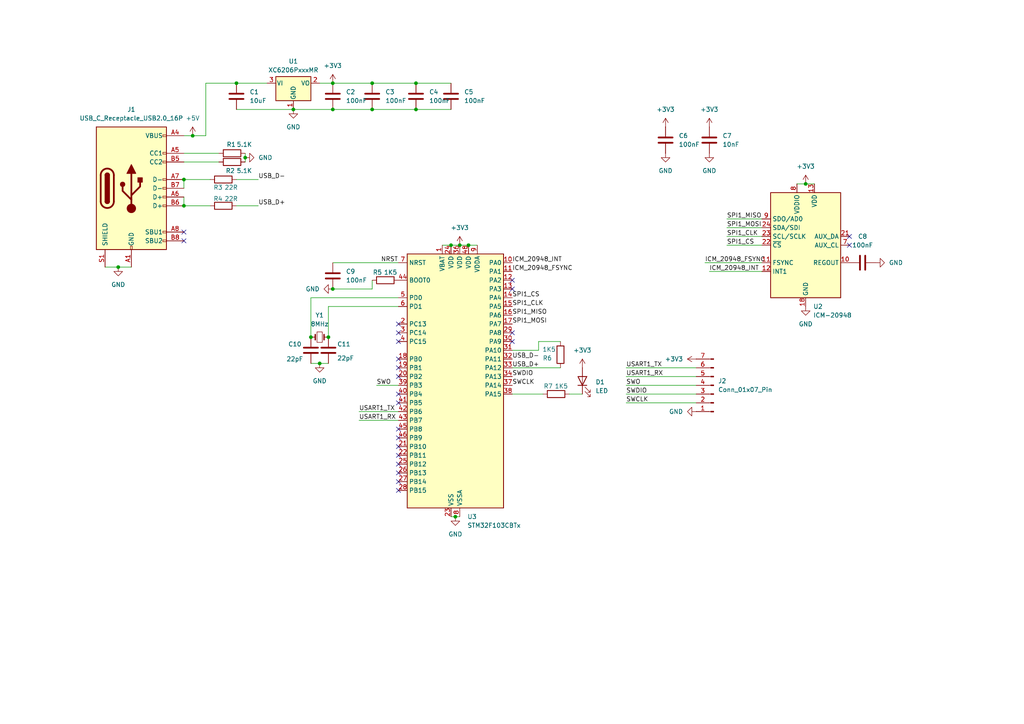
<source format=kicad_sch>
(kicad_sch (version 20231120) (generator "eeschema") (generator_version "8.0")
  (paper "A4")
  (lib_symbols
    (symbol "Connector:Conn_01x07_Pin" (pin_names (offset 1.016) hide)
      (property "Reference" "J" (at 0 10.16 0))
      (property "Value" "Conn_01x07_Pin" (at 0 -10.16 0))
      (symbol "Conn_01x07_Pin_1_1"
        (polyline (pts (xy 1.27 -7.62) (xy 0.8636 -7.62)) (stroke (width 0.1524)))
        (polyline (pts (xy 1.27 -5.08) (xy 0.8636 -5.08)) (stroke (width 0.1524)))
        (polyline (pts (xy 1.27 -2.54) (xy 0.8636 -2.54)) (stroke (width 0.1524)))
        (polyline (pts (xy 1.27 0) (xy 0.8636 0)) (stroke (width 0.1524)))
        (polyline (pts (xy 1.27 2.54) (xy 0.8636 2.54)) (stroke (width 0.1524)))
        (polyline (pts (xy 1.27 5.08) (xy 0.8636 5.08)) (stroke (width 0.1524)))
        (polyline (pts (xy 1.27 7.62) (xy 0.8636 7.62)) (stroke (width 0.1524)))
        (rectangle (start 0.8636 -7.493) (end 0 -7.747) (stroke (width 0.1524)) (fill (type outline)))
        (rectangle (start 0.8636 -4.953) (end 0 -5.207) (stroke (width 0.1524)) (fill (type outline)))
        (rectangle (start 0.8636 -2.413) (end 0 -2.667) (stroke (width 0.1524)) (fill (type outline)))
        (rectangle (start 0.8636 0.127) (end 0 -0.127) (stroke (width 0.1524)) (fill (type outline)))
        (rectangle (start 0.8636 2.667) (end 0 2.413) (stroke (width 0.1524)) (fill (type outline)))
        (rectangle (start 0.8636 5.207) (end 0 4.953) (stroke (width 0.1524)) (fill (type outline)))
        (rectangle (start 0.8636 7.747) (end 0 7.493) (stroke (width 0.1524)) (fill (type outline)))
        (pin passive line (at 5.08 7.62 180) (length 3.81) (name "Pin_1") (number "1"))
        (pin passive line (at 5.08 5.08 180) (length 3.81) (name "Pin_2") (number "2"))
        (pin passive line (at 5.08 2.54 180) (length 3.81) (name "Pin_3") (number "3"))
        (pin passive line (at 5.08 0 180) (length 3.81) (name "Pin_4") (number "4"))
        (pin passive line (at 5.08 -2.54 180) (length 3.81) (name "Pin_5") (number "5"))
        (pin passive line (at 5.08 -5.08 180) (length 3.81) (name "Pin_6") (number "6"))
        (pin passive line (at 5.08 -7.62 180) (length 3.81) (name "Pin_7") (number "7"))
      )
    )
    (symbol "Connector:USB_C_Receptacle_USB2.0_16P" (pin_names (offset 1.016))
      (property "Reference" "J" (at 0 22.225 0))
      (property "Value" "USB_C_Receptacle_USB2.0_16P" (at 0 19.685 0))
      (symbol "USB_C_Receptacle_USB2.0_16P_0_0"
        (rectangle (start -0.254 -17.78) (end 0.254 -16.764))
        (rectangle (start 10.16 -14.986) (end 9.144 -15.494))
        (rectangle (start 10.16 -12.446) (end 9.144 -12.954))
        (rectangle (start 10.16 -4.826) (end 9.144 -5.334))
        (rectangle (start 10.16 -2.286) (end 9.144 -2.794))
        (rectangle (start 10.16 0.254) (end 9.144 -0.254))
        (rectangle (start 10.16 2.794) (end 9.144 2.286))
        (rectangle (start 10.16 7.874) (end 9.144 7.366))
        (rectangle (start 10.16 10.414) (end 9.144 9.906))
        (rectangle (start 10.16 15.494) (end 9.144 14.986))
      )
      (symbol "USB_C_Receptacle_USB2.0_16P_0_1"
        (rectangle (start -10.16 17.78) (end 10.16 -17.78) (stroke (width 0.254)) (fill (type background)))
        (arc (start -8.89 -3.81) (mid -6.985 -5.7067) (end -5.08 -3.81) (stroke (width 0.508)))
        (arc (start -7.62 -3.81) (mid -6.985 -4.4423) (end -6.35 -3.81) (stroke (width 0.254)))
        (arc (start -7.62 -3.81) (mid -6.985 -4.4423) (end -6.35 -3.81) (stroke (width 0.254)) (fill (type outline)))
        (rectangle (start -7.62 -3.81) (end -6.35 3.81) (stroke (width 0.254)) (fill (type outline)))
        (arc (start -6.35 3.81) (mid -6.985 4.4423) (end -7.62 3.81) (stroke (width 0.254)))
        (arc (start -6.35 3.81) (mid -6.985 4.4423) (end -7.62 3.81) (stroke (width 0.254)) (fill (type outline)))
        (arc (start -5.08 3.81) (mid -6.985 5.7067) (end -8.89 3.81) (stroke (width 0.508)))
        (circle (center -2.54 1.143) (radius 0.635) (stroke (width 0.254)) (fill (type outline)))
        (circle (center 0 -5.842) (radius 1.27) (fill (type outline)))
        (polyline (pts (xy -8.89 -3.81) (xy -8.89 3.81)) (stroke (width 0.508)))
        (polyline (pts (xy -5.08 3.81) (xy -5.08 -3.81)) (stroke (width 0.508)))
        (polyline (pts (xy 0 -5.842) (xy 0 4.318)) (stroke (width 0.508)))
        (polyline (pts (xy 0 -3.302) (xy -2.54 -0.762) (xy -2.54 0.508)) (stroke (width 0.508)))
        (polyline (pts (xy 0 -2.032) (xy 2.54 0.508) (xy 2.54 1.778)) (stroke (width 0.508)))
        (polyline (pts (xy -1.27 4.318) (xy 0 6.858) (xy 1.27 4.318) (xy -1.27 4.318)) (stroke (width 0.254)) (fill (type outline)))
        (rectangle (start 1.905 1.778) (end 3.175 3.048) (stroke (width 0.254)) (fill (type outline)))
      )
      (symbol "USB_C_Receptacle_USB2.0_16P_1_1"
        (pin passive line (at 0 -22.86 90) (length 5.08) (name "GND") (number "A1"))
        (pin passive line (at 0 -22.86 90) (length 5.08) hide (name "GND") (number "A12"))
        (pin passive line (at 15.24 15.24 180) (length 5.08) (name "VBUS") (number "A4"))
        (pin bidirectional line (at 15.24 10.16 180) (length 5.08) (name "CC1") (number "A5"))
        (pin bidirectional line (at 15.24 -2.54 180) (length 5.08) (name "D+") (number "A6"))
        (pin bidirectional line (at 15.24 2.54 180) (length 5.08) (name "D-") (number "A7"))
        (pin bidirectional line (at 15.24 -12.7 180) (length 5.08) (name "SBU1") (number "A8"))
        (pin passive line (at 15.24 15.24 180) (length 5.08) hide (name "VBUS") (number "A9"))
        (pin passive line (at 0 -22.86 90) (length 5.08) hide (name "GND") (number "B1"))
        (pin passive line (at 0 -22.86 90) (length 5.08) hide (name "GND") (number "B12"))
        (pin passive line (at 15.24 15.24 180) (length 5.08) hide (name "VBUS") (number "B4"))
        (pin bidirectional line (at 15.24 7.62 180) (length 5.08) (name "CC2") (number "B5"))
        (pin bidirectional line (at 15.24 -5.08 180) (length 5.08) (name "D+") (number "B6"))
        (pin bidirectional line (at 15.24 0 180) (length 5.08) (name "D-") (number "B7"))
        (pin bidirectional line (at 15.24 -15.24 180) (length 5.08) (name "SBU2") (number "B8"))
        (pin passive line (at 15.24 15.24 180) (length 5.08) hide (name "VBUS") (number "B9"))
        (pin passive line (at -7.62 -22.86 90) (length 5.08) (name "SHIELD") (number "S1"))
      )
    )
    (symbol "Device:C" (pin_numbers hide) (pin_names (offset 0.254))
      (property "Reference" "C" (at 0.635 2.54 0))
      (property "Value" "C" (at 0.635 -2.54 0))
      (symbol "C_0_1"
        (polyline (pts (xy -2.032 -0.762) (xy 2.032 -0.762)) (stroke (width 0.508)))
        (polyline (pts (xy -2.032 0.762) (xy 2.032 0.762)) (stroke (width 0.508)))
      )
      (symbol "C_1_1"
        (pin passive line (at 0 3.81 270) (length 2.794) (name "~") (number "1"))
        (pin passive line (at 0 -3.81 90) (length 2.794) (name "~") (number "2"))
      )
    )
    (symbol "Device:Crystal_Small" (pin_numbers hide) (pin_names (offset 1.016) hide)
      (property "Reference" "Y" (at 0 2.54 0))
      (property "Value" "Crystal_Small" (at 0 -2.54 0))
      (symbol "Crystal_Small_0_1"
        (rectangle (start -0.762 -1.524) (end 0.762 1.524))
        (polyline (pts (xy -1.27 -0.762) (xy -1.27 0.762)) (stroke (width 0.381)))
        (polyline (pts (xy 1.27 -0.762) (xy 1.27 0.762)) (stroke (width 0.381)))
      )
      (symbol "Crystal_Small_1_1"
        (pin passive line (at -2.54 0 0) (length 1.27) (name "1") (number "1"))
        (pin passive line (at 2.54 0 180) (length 1.27) (name "2") (number "2"))
      )
    )
    (symbol "Device:LED" (pin_numbers hide) (pin_names (offset 1.016) hide)
      (property "Reference" "D" (at 0 2.54 0))
      (property "Value" "LED" (at 0 -2.54 0))
      (symbol "LED_0_1"
        (polyline (pts (xy -1.27 -1.27) (xy -1.27 1.27)) (stroke (width 0.254)))
        (polyline (pts (xy -1.27 0) (xy 1.27 0)))
        (polyline (pts (xy 1.27 -1.27) (xy 1.27 1.27) (xy -1.27 0) (xy 1.27 -1.27)) (stroke (width 0.254)))
        (polyline (pts (xy -3.048 -0.762) (xy -4.572 -2.286) (xy -3.81 -2.286) (xy -4.572 -2.286) (xy -4.572 -1.524)))
        (polyline (pts (xy -1.778 -0.762) (xy -3.302 -2.286) (xy -2.54 -2.286) (xy -3.302 -2.286) (xy -3.302 -1.524)))
      )
      (symbol "LED_1_1"
        (pin passive line (at -3.81 0 0) (length 2.54) (name "K") (number "1"))
        (pin passive line (at 3.81 0 180) (length 2.54) (name "A") (number "2"))
      )
    )
    (symbol "Device:R" (pin_numbers hide) (pin_names (offset 0))
      (property "Reference" "R" (at 2.032 0 90))
      (property "Value" "R" (at 0 0 90))
      (symbol "R_0_1"
        (rectangle (start -1.016 -2.54) (end 1.016 2.54) (stroke (width 0.254)))
      )
      (symbol "R_1_1"
        (pin passive line (at 0 3.81 270) (length 1.27) (name "~") (number "1"))
        (pin passive line (at 0 -3.81 90) (length 1.27) (name "~") (number "2"))
      )
    )
    (symbol "MCU_ST_STM32F1:STM32F103CBTx"
      (property "Reference" "U" (at -12.7 39.37 0))
      (property "Value" "STM32F103CBTx" (at 10.16 39.37 0))
      (symbol "STM32F103CBTx_0_1"
        (rectangle (start -12.7 -35.56) (end 15.24 38.1) (stroke (width 0.254)) (fill (type background)))
      )
      (symbol "STM32F103CBTx_1_1"
        (pin power_in line (at -2.54 40.64 270) (length 2.54) (name "VBAT") (number "1"))
        (pin bidirectional line (at 17.78 35.56 180) (length 2.54) (name "PA0") (number "10"))
        (pin bidirectional line (at 17.78 33.02 180) (length 2.54) (name "PA1") (number "11"))
        (pin bidirectional line (at 17.78 30.48 180) (length 2.54) (name "PA2") (number "12"))
        (pin bidirectional line (at 17.78 27.94 180) (length 2.54) (name "PA3") (number "13"))
        (pin bidirectional line (at 17.78 25.4 180) (length 2.54) (name "PA4") (number "14"))
        (pin bidirectional line (at 17.78 22.86 180) (length 2.54) (name "PA5") (number "15"))
        (pin bidirectional line (at 17.78 20.32 180) (length 2.54) (name "PA6") (number "16"))
        (pin bidirectional line (at 17.78 17.78 180) (length 2.54) (name "PA7") (number "17"))
        (pin bidirectional line (at -15.24 7.62 0) (length 2.54) (name "PB0") (number "18"))
        (pin bidirectional line (at -15.24 5.08 0) (length 2.54) (name "PB1") (number "19"))
        (pin bidirectional line (at -15.24 17.78 0) (length 2.54) (name "PC13") (number "2"))
        (pin bidirectional line (at -15.24 2.54 0) (length 2.54) (name "PB2") (number "20"))
        (pin bidirectional line (at -15.24 -17.78 0) (length 2.54) (name "PB10") (number "21"))
        (pin bidirectional line (at -15.24 -20.32 0) (length 2.54) (name "PB11") (number "22"))
        (pin power_in line (at 0 -38.1 90) (length 2.54) (name "VSS") (number "23"))
        (pin power_in line (at 0 40.64 270) (length 2.54) (name "VDD") (number "24"))
        (pin bidirectional line (at -15.24 -22.86 0) (length 2.54) (name "PB12") (number "25"))
        (pin bidirectional line (at -15.24 -25.4 0) (length 2.54) (name "PB13") (number "26"))
        (pin bidirectional line (at -15.24 -27.94 0) (length 2.54) (name "PB14") (number "27"))
        (pin bidirectional line (at -15.24 -30.48 0) (length 2.54) (name "PB15") (number "28"))
        (pin bidirectional line (at 17.78 15.24 180) (length 2.54) (name "PA8") (number "29"))
        (pin bidirectional line (at -15.24 15.24 0) (length 2.54) (name "PC14") (number "3"))
        (pin bidirectional line (at 17.78 12.7 180) (length 2.54) (name "PA9") (number "30"))
        (pin bidirectional line (at 17.78 10.16 180) (length 2.54) (name "PA10") (number "31"))
        (pin bidirectional line (at 17.78 7.62 180) (length 2.54) (name "PA11") (number "32"))
        (pin bidirectional line (at 17.78 5.08 180) (length 2.54) (name "PA12") (number "33"))
        (pin bidirectional line (at 17.78 2.54 180) (length 2.54) (name "PA13") (number "34"))
        (pin passive line (at 0 -38.1 90) (length 2.54) hide (name "VSS") (number "35"))
        (pin power_in line (at 2.54 40.64 270) (length 2.54) (name "VDD") (number "36"))
        (pin bidirectional line (at 17.78 0 180) (length 2.54) (name "PA14") (number "37"))
        (pin bidirectional line (at 17.78 -2.54 180) (length 2.54) (name "PA15") (number "38"))
        (pin bidirectional line (at -15.24 0 0) (length 2.54) (name "PB3") (number "39"))
        (pin bidirectional line (at -15.24 12.7 0) (length 2.54) (name "PC15") (number "4"))
        (pin bidirectional line (at -15.24 -2.54 0) (length 2.54) (name "PB4") (number "40"))
        (pin bidirectional line (at -15.24 -5.08 0) (length 2.54) (name "PB5") (number "41"))
        (pin bidirectional line (at -15.24 -7.62 0) (length 2.54) (name "PB6") (number "42"))
        (pin bidirectional line (at -15.24 -10.16 0) (length 2.54) (name "PB7") (number "43"))
        (pin input line (at -15.24 30.48 0) (length 2.54) (name "BOOT0") (number "44"))
        (pin bidirectional line (at -15.24 -12.7 0) (length 2.54) (name "PB8") (number "45"))
        (pin bidirectional line (at -15.24 -15.24 0) (length 2.54) (name "PB9") (number "46"))
        (pin passive line (at 0 -38.1 90) (length 2.54) hide (name "VSS") (number "47"))
        (pin power_in line (at 5.08 40.64 270) (length 2.54) (name "VDD") (number "48"))
        (pin bidirectional line (at -15.24 25.4 0) (length 2.54) (name "PD0") (number "5"))
        (pin bidirectional line (at -15.24 22.86 0) (length 2.54) (name "PD1") (number "6"))
        (pin input line (at -15.24 35.56 0) (length 2.54) (name "NRST") (number "7"))
        (pin power_in line (at 2.54 -38.1 90) (length 2.54) (name "VSSA") (number "8"))
        (pin power_in line (at 7.62 40.64 270) (length 2.54) (name "VDDA") (number "9"))
      )
    )
    (symbol "Regulator_Linear:XC6206PxxxMR" (pin_names (offset 0.254))
      (property "Reference" "U" (at -3.81 3.175 0))
      (property "Value" "XC6206PxxxMR" (at 0 3.175 0))
      (symbol "XC6206PxxxMR_0_1"
        (rectangle (start -5.08 1.905) (end 5.08 -5.08) (stroke (width 0.254)) (fill (type background)))
      )
      (symbol "XC6206PxxxMR_1_1"
        (pin power_in line (at 0 -7.62 90) (length 2.54) (name "GND") (number "1"))
        (pin power_out line (at 7.62 0 180) (length 2.54) (name "VO") (number "2"))
        (pin power_in line (at -7.62 0 0) (length 2.54) (name "VI") (number "3"))
      )
    )
    (symbol "Sensor_Motion:ICM-20948"
      (property "Reference" "U" (at -11.43 16.51 0))
      (property "Value" "ICM-20948" (at 7.62 -16.51 0))
      (symbol "ICM-20948_0_1"
        (rectangle (start -10.16 15.24) (end 10.16 -15.24) (stroke (width 0.254)) (fill (type background)))
      )
      (symbol "ICM-20948_1_1"
        (pin no_connect line (at -10.16 12.7 0) (length 2.54) hide (name "NC") (number "1"))
        (pin passive line (at 12.7 -5.08 180) (length 2.54) (name "REGOUT") (number "10"))
        (pin input line (at -12.7 -5.08 0) (length 2.54) (name "FSYNC") (number "11"))
        (pin output line (at -12.7 -7.62 0) (length 2.54) (name "INT1") (number "12"))
        (pin power_in line (at 2.54 17.78 270) (length 2.54) (name "VDD") (number "13"))
        (pin no_connect line (at 10.16 7.62 180) (length 2.54) hide (name "NC") (number "14"))
        (pin no_connect line (at 10.16 5.08 180) (length 2.54) hide (name "NC") (number "15"))
        (pin no_connect line (at 10.16 -7.62 180) (length 2.54) hide (name "NC") (number "16"))
        (pin no_connect line (at 10.16 -10.16 180) (length 2.54) hide (name "NC") (number "17"))
        (pin power_in line (at 0 -17.78 90) (length 2.54) (name "GND") (number "18"))
        (pin no_connect line (at 10.16 -12.7 180) (length 2.54) hide (name "RESV") (number "19"))
        (pin no_connect line (at -10.16 10.16 0) (length 2.54) hide (name "NC") (number "2"))
        (pin passive line (at 0 -17.78 90) (length 2.54) hide (name "GND") (number "20"))
        (pin bidirectional line (at 12.7 2.54 180) (length 2.54) (name "AUX_DA") (number "21"))
        (pin input line (at -12.7 0 0) (length 2.54) (name "~{CS}") (number "22"))
        (pin input line (at -12.7 2.54 0) (length 2.54) (name "SCL/SCLK") (number "23"))
        (pin bidirectional line (at -12.7 5.08 0) (length 2.54) (name "SDA/SDI") (number "24"))
        (pin no_connect line (at -10.16 -2.54 0) (length 2.54) hide (name "NC") (number "3"))
        (pin no_connect line (at -10.16 -10.16 0) (length 2.54) hide (name "NC") (number "4"))
        (pin no_connect line (at -10.16 -12.7 0) (length 2.54) hide (name "NC") (number "5"))
        (pin no_connect line (at 10.16 10.16 180) (length 2.54) hide (name "NC") (number "6"))
        (pin output line (at 12.7 0 180) (length 2.54) (name "AUX_CL") (number "7"))
        (pin power_in line (at -2.54 17.78 270) (length 2.54) (name "VDDIO") (number "8"))
        (pin bidirectional line (at -12.7 7.62 0) (length 2.54) (name "SDO/AD0") (number "9"))
      )
    )
    (symbol "power:+3V3" (power) (pin_numbers hide) (pin_names (offset 0) hide)
      (property "Value" "+3V3" (at 0 3.556 0))
      (symbol "+3V3_0_1"
        (polyline (pts (xy -0.762 1.27) (xy 0 2.54)))
        (polyline (pts (xy 0 0) (xy 0 2.54)))
        (polyline (pts (xy 0 2.54) (xy 0.762 1.27)))
      )
      (symbol "+3V3_1_1"
        (pin power_in line (at 0 0 90) (length 0) (name "~") (number "1"))
      )
    )
    (symbol "power:+5V" (power) (pin_numbers hide) (pin_names (offset 0) hide)
      (property "Value" "+5V" (at 0 3.556 0))
      (symbol "+5V_0_1"
        (polyline (pts (xy -0.762 1.27) (xy 0 2.54)))
        (polyline (pts (xy 0 0) (xy 0 2.54)))
        (polyline (pts (xy 0 2.54) (xy 0.762 1.27)))
      )
      (symbol "+5V_1_1"
        (pin power_in line (at 0 0 90) (length 0) (name "~") (number "1"))
      )
    )
    (symbol "power:GND" (power) (pin_numbers hide) (pin_names (offset 0) hide)
      (property "Value" "GND" (at 0 -3.81 0))
      (symbol "GND_0_1"
        (polyline (pts (xy 0 0) (xy 0 -1.27) (xy 1.27 -1.27) (xy 0 -2.54) (xy -1.27 -1.27) (xy 0 -1.27)))
      )
      (symbol "GND_1_1"
        (pin power_in line (at 0 0 270) (length 0) (name "~") (number "1"))
      )
    )
  )
  (junction (at 233.68 53.34))
  (junction (at 107.95 24.13))
  (junction (at 130.81 71.12))
  (junction (at 107.95 31.75))
  (junction (at 68.58 24.13))
  (junction (at 92.71 105.41))
  (junction (at 120.65 24.13))
  (junction (at 135.89 71.12))
  (junction (at 71.12 45.72))
  (junction (at 133.35 71.12))
  (junction (at 53.34 52.07))
  (junction (at 96.52 31.75))
  (junction (at 53.34 59.69))
  (junction (at 95.25 97.79))
  (junction (at 96.52 24.13))
  (junction (at 90.17 97.79))
  (junction (at 85.09 31.75))
  (junction (at 96.52 83.82))
  (junction (at 132.08 149.86))
  (junction (at 34.29 77.47))
  (junction (at 120.65 31.75))
  (junction (at 55.88 39.37))
  (no_connect (at 53.34 69.85))
  (no_connect (at 53.34 67.31))
  (no_connect (at 115.57 109.22))
  (no_connect (at 246.38 68.58))
  (no_connect (at 246.38 71.12))
  (no_connect (at 115.57 104.14))
  (no_connect (at 148.59 96.52))
  (no_connect (at 115.57 142.24))
  (no_connect (at 148.59 99.06))
  (no_connect (at 115.57 134.62))
  (no_connect (at 115.57 116.84))
  (no_connect (at 115.57 106.68))
  (no_connect (at 115.57 137.16))
  (no_connect (at 115.57 132.08))
  (no_connect (at 115.57 114.3))
  (no_connect (at 148.59 81.28))
  (no_connect (at 115.57 99.06))
  (no_connect (at 115.57 139.7))
  (no_connect (at 115.57 129.54))
  (no_connect (at 115.57 96.52))
  (no_connect (at 115.57 93.98))
  (no_connect (at 148.59 83.82))
  (no_connect (at 115.57 124.46))
  (no_connect (at 115.57 127))
  (wire (pts (xy 60.96 59.69) (xy 53.34 59.69)))
  (wire (pts (xy 60.96 52.07) (xy 53.34 52.07)))
  (wire (pts (xy 96.52 31.75) (xy 107.95 31.75)))
  (wire (pts (xy 128.27 71.12) (xy 130.81 71.12)))
  (wire (pts (xy 34.29 77.47) (xy 38.1 77.47)))
  (wire (pts (xy 95.25 88.9) (xy 115.57 88.9)))
  (wire (pts (xy 68.58 31.75) (xy 85.09 31.75)))
  (wire (pts (xy 165.1 114.3) (xy 168.91 114.3)))
  (wire (pts (xy 104.14 121.92) (xy 115.57 121.92)))
  (wire (pts (xy 135.89 71.12) (xy 138.43 71.12)))
  (wire (pts (xy 53.34 39.37) (xy 55.88 39.37)))
  (wire (pts (xy 130.81 149.86) (xy 132.08 149.86)))
  (wire (pts (xy 71.12 45.72) (xy 71.12 46.99)))
  (wire (pts (xy 210.82 63.5) (xy 220.98 63.5)))
  (wire (pts (xy 53.34 46.99) (xy 63.5 46.99)))
  (wire (pts (xy 120.65 31.75) (xy 130.81 31.75)))
  (wire (pts (xy 205.74 78.74) (xy 220.98 78.74)))
  (wire (pts (xy 92.71 105.41) (xy 95.25 105.41)))
  (wire (pts (xy 204.47 76.2) (xy 220.98 76.2)))
  (wire (pts (xy 130.81 71.12) (xy 133.35 71.12)))
  (wire (pts (xy 233.68 53.34) (xy 236.22 53.34)))
  (wire (pts (xy 90.17 105.41) (xy 92.71 105.41)))
  (wire (pts (xy 53.34 52.07) (xy 53.34 54.61)))
  (wire (pts (xy 71.12 44.45) (xy 71.12 45.72)))
  (wire (pts (xy 210.82 66.04) (xy 220.98 66.04)))
  (wire (pts (xy 181.61 111.76) (xy 201.93 111.76)))
  (wire (pts (xy 68.58 52.07) (xy 74.93 52.07)))
  (wire (pts (xy 148.59 106.68) (xy 162.56 106.68)))
  (wire (pts (xy 95.25 97.79) (xy 95.25 88.9)))
  (wire (pts (xy 107.95 24.13) (xy 120.65 24.13)))
  (wire (pts (xy 231.14 53.34) (xy 233.68 53.34)))
  (wire (pts (xy 181.61 109.22) (xy 201.93 109.22)))
  (wire (pts (xy 59.69 24.13) (xy 68.58 24.13)))
  (wire (pts (xy 210.82 68.58) (xy 220.98 68.58)))
  (wire (pts (xy 181.61 106.68) (xy 201.93 106.68)))
  (wire (pts (xy 156.21 99.06) (xy 162.56 99.06)))
  (wire (pts (xy 181.61 116.84) (xy 201.93 116.84)))
  (wire (pts (xy 96.52 24.13) (xy 107.95 24.13)))
  (wire (pts (xy 68.58 59.69) (xy 74.93 59.69)))
  (wire (pts (xy 107.95 31.75) (xy 120.65 31.75)))
  (wire (pts (xy 156.21 101.6) (xy 156.21 99.06)))
  (wire (pts (xy 181.61 114.3) (xy 201.93 114.3)))
  (wire (pts (xy 210.82 71.12) (xy 220.98 71.12)))
  (wire (pts (xy 68.58 24.13) (xy 77.47 24.13)))
  (wire (pts (xy 59.69 39.37) (xy 59.69 24.13)))
  (wire (pts (xy 148.59 101.6) (xy 156.21 101.6)))
  (wire (pts (xy 96.52 83.82) (xy 107.95 83.82)))
  (wire (pts (xy 90.17 86.36) (xy 115.57 86.36)))
  (wire (pts (xy 85.09 31.75) (xy 96.52 31.75)))
  (wire (pts (xy 90.17 97.79) (xy 90.17 86.36)))
  (wire (pts (xy 132.08 149.86) (xy 133.35 149.86)))
  (wire (pts (xy 53.34 44.45) (xy 63.5 44.45)))
  (wire (pts (xy 96.52 76.2) (xy 115.57 76.2)))
  (wire (pts (xy 53.34 57.15) (xy 53.34 59.69)))
  (wire (pts (xy 133.35 71.12) (xy 135.89 71.12)))
  (wire (pts (xy 109.22 111.76) (xy 115.57 111.76)))
  (wire (pts (xy 148.59 114.3) (xy 157.48 114.3)))
  (wire (pts (xy 120.65 24.13) (xy 130.81 24.13)))
  (wire (pts (xy 55.88 39.37) (xy 59.69 39.37)))
  (wire (pts (xy 92.71 24.13) (xy 96.52 24.13)))
  (wire (pts (xy 30.48 77.47) (xy 34.29 77.47)))
  (wire (pts (xy 107.95 83.82) (xy 107.95 81.28)))
  (wire (pts (xy 104.14 119.38) (xy 115.57 119.38)))
  (label "SWCLK" (at 181.61 116.84 0))
  (label "ICM_20948_FSYNC" (at 204.47 76.2 0))
  (label "SWDIO" (at 181.61 114.3 0))
  (label "USB_D-" (at 74.93 52.07 0))
  (label "USART1_TX" (at 181.61 106.68 0))
  (label "NRST" (at 110.49 76.2 0))
  (label "USART1_RX" (at 104.14 121.92 0))
  (label "USART1_RX" (at 181.61 109.22 0))
  (label "ICM_20948_INT" (at 205.74 78.74 0))
  (label "ICM_20948_INT" (at 148.59 76.2 0))
  (label "SPI1_CLK" (at 148.59 88.9 0))
  (label "USB_D+" (at 148.59 106.68 0))
  (label "SPI1_MOSI" (at 148.59 93.98 0))
  (label "SPI1_CS" (at 210.82 71.12 0))
  (label "SWO" (at 109.22 111.76 0))
  (label "SPI1_CS" (at 148.59 86.36 0))
  (label "SWCLK" (at 148.59 111.76 0))
  (label "SWDIO" (at 148.59 109.22 0))
  (label "SPI1_MISO" (at 210.82 63.5 0))
  (label "SPI1_MISO" (at 148.59 91.44 0))
  (label "USB_D-" (at 148.59 104.14 0))
  (label "SPI1_MOSI" (at 210.82 66.04 0))
  (label "SWO" (at 181.61 111.76 0))
  (label "SPI1_CLK" (at 210.82 68.58 0))
  (label "ICM_20948_FSYNC" (at 148.59 78.74 0))
  (label "USB_D+" (at 74.93 59.69 0))
  (label "USART1_TX" (at 104.14 119.38 0))
  (symbol (lib_id "Device:C") (at 96.52 80.01 0) (unit 1)
    (property "Reference" "C9" (at 100.33 78.7399 0) (effects (justify left)))
    (property "Value" "100nF" (at 100.33 81.2799 0) (effects (justify left)))
    (property "Footprint" "Capacitor_SMD:C_0402_1005Metric" (effects (hide yes)))
    (property "Description" "Unpolarized capacitor" (effects (hide yes)))
  )
  (symbol (lib_id "power:GND") (at 205.74 44.45 0) (unit 1)
    (property "Reference" "#PWR08" (effects (hide yes)))
    (property "Value" "GND" (at 205.74 49.53 0))
    (property "Description" "Power symbol creates a global label with name \"GND\" , ground" (effects (hide yes)))
  )
  (symbol (lib_id "Regulator_Linear:XC6206PxxxMR") (at 85.09 24.13 0) (unit 1)
    (property "Reference" "U1" (at 85.09 17.78 0))
    (property "Value" "XC6206PxxxMR" (at 85.09 20.32 0))
    (property "Footprint" "Package_TO_SOT_SMD:SOT-23-3" (effects (hide yes)))
    (property "Datasheet" "https://www.torexsemi.com/file/xc6206/XC6206.pdf" (effects (hide yes)))
    (property "Description" "Positive 60-250mA Low Dropout Regulator, Fixed Output, SOT-23" (effects (hide yes)))
  )
  (symbol (lib_id "Sensor_Motion:ICM-20948") (at 233.68 71.12 0) (unit 1)
    (property "Reference" "U2" (at 235.8741 88.9 0) (effects (justify left)))
    (property "Value" "ICM-20948" (at 235.8741 91.44 0) (effects (justify left)))
    (property "Footprint" "Sensor_Motion:InvenSense_QFN-24_3x3mm_P0.4mm" (effects (hide yes)))
    (property "Datasheet" "http://www.invensense.com/wp-content/uploads/2016/06/DS-000189-ICM-20948-v1.3.pdf" (effects (hide yes)))
    (property "Description" "InvenSense 9-Axis Motion Sensor, Accelerometer, Gyroscope, Compass, I2C/SPI, QFN-24" (effects (hide yes)))
  )
  (symbol (lib_id "power:GND") (at 92.71 105.41 0) (unit 1)
    (property "Reference" "#PWR017" (effects (hide yes)))
    (property "Value" "GND" (at 92.71 110.49 0))
    (property "Description" "Power symbol creates a global label with name \"GND\" , ground" (effects (hide yes)))
  )
  (symbol (lib_id "power:+5V") (at 55.88 39.37 0) (unit 1)
    (property "Reference" "#PWR05" (effects (hide yes)))
    (property "Value" "+5V" (at 55.88 34.29 0))
    (property "Description" "Power symbol creates a global label with name \"+5V\"" (effects (hide yes)))
  )
  (symbol (lib_id "Device:C") (at 193.04 40.64 180) (unit 1)
    (property "Reference" "C6" (at 196.85 39.3699 0) (effects (justify right)))
    (property "Value" "100nF" (at 196.85 41.9099 0) (effects (justify right)))
    (property "Footprint" "Capacitor_SMD:C_0402_1005Metric" (effects (hide yes)))
    (property "Description" "Unpolarized capacitor" (effects (hide yes)))
  )
  (symbol (lib_id "power:GND") (at 233.68 88.9 0) (unit 1)
    (property "Reference" "#PWR015" (effects (hide yes)))
    (property "Value" "GND" (at 233.68 93.98 0))
    (property "Description" "Power symbol creates a global label with name \"GND\" , ground" (effects (hide yes)))
  )
  (symbol (lib_id "power:+3V3") (at 168.91 106.68 0) (unit 1)
    (property "Reference" "#PWR018" (effects (hide yes)))
    (property "Value" "+3V3" (at 168.91 101.6 0))
    (property "Description" "Power symbol creates a global label with name \"+3V3\"" (effects (hide yes)))
  )
  (symbol (lib_id "power:+3V3") (at 96.52 24.13 0) (unit 1)
    (property "Reference" "#PWR01" (effects (hide yes)))
    (property "Value" "+3V3" (at 96.52 19.05 0))
    (property "Description" "Power symbol creates a global label with name \"+3V3\"" (effects (hide yes)))
  )
  (symbol (lib_id "Device:C") (at 205.74 40.64 180) (unit 1)
    (property "Reference" "C7" (at 209.55 39.3699 0) (effects (justify right)))
    (property "Value" "10nF" (at 209.55 41.9099 0) (effects (justify right)))
    (property "Footprint" "Capacitor_SMD:C_0402_1005Metric" (effects (hide yes)))
    (property "Description" "Unpolarized capacitor" (effects (hide yes)))
  )
  (symbol (lib_id "Device:C") (at 107.95 27.94 0) (unit 1)
    (property "Reference" "C3" (at 111.76 26.6699 0) (effects (justify left)))
    (property "Value" "100nF" (at 111.76 29.2099 0) (effects (justify left)))
    (property "Footprint" "Capacitor_SMD:C_0402_1005Metric" (effects (hide yes)))
    (property "Description" "Unpolarized capacitor" (effects (hide yes)))
  )
  (symbol (lib_id "Device:R") (at 64.77 52.07 90) (unit 1)
    (property "Reference" "R3" (at 63.246 54.356 90))
    (property "Value" "22R" (at 67.056 54.356 90))
    (property "Footprint" "Resistor_SMD:R_0402_1005Metric" (effects (hide yes)))
    (property "Description" "Resistor" (effects (hide yes)))
  )
  (symbol (lib_id "Connector:USB_C_Receptacle_USB2.0_16P") (at 38.1 54.61 0) (unit 1)
    (property "Reference" "J1" (at 38.1 31.75 0))
    (property "Value" "USB_C_Receptacle_USB2.0_16P" (at 38.1 34.29 0))
    (property "Footprint" "Connector_USB:USB_C_Receptacle_HRO_TYPE-C-31-M-12" (effects (hide yes)))
    (property "Datasheet" "https://www.usb.org/sites/default/files/documents/usb_type-c.zip" (effects (hide yes)))
    (property "Description" "USB 2.0-only 16P Type-C Receptacle connector" (effects (hide yes)))
  )
  (symbol (lib_id "MCU_ST_STM32F1:STM32F103CBTx") (at 130.81 111.76 0) (unit 1)
    (property "Reference" "U3" (at 135.5441 149.86 0) (effects (justify left)))
    (property "Value" "STM32F103CBTx" (at 135.5441 152.4 0) (effects (justify left)))
    (property "Footprint" "Package_QFP:LQFP-48_7x7mm_P0.5mm" (effects (hide yes)))
    (property "Datasheet" "https://www.st.com/resource/en/datasheet/stm32f103cb.pdf" (effects (hide yes)))
    (property "Description" "STMicroelectronics Arm Cortex-M3 MCU, 128KB flash, 20KB RAM, 72 MHz, 2.0-3.6V, 37 GPIO, LQFP48" (effects (hide yes)))
  )
  (symbol (lib_id "power:+3V3") (at 193.04 36.83 0) (unit 1)
    (property "Reference" "#PWR03" (effects (hide yes)))
    (property "Value" "+3V3" (at 193.04 31.75 0))
    (property "Description" "Power symbol creates a global label with name \"+3V3\"" (effects (hide yes)))
  )
  (symbol (lib_id "Device:R") (at 64.77 59.69 90) (unit 1)
    (property "Reference" "R4" (at 63.246 57.658 90))
    (property "Value" "22R" (at 67.056 57.658 90))
    (property "Footprint" "Resistor_SMD:R_0402_1005Metric" (effects (hide yes)))
    (property "Description" "Resistor" (effects (hide yes)))
  )
  (symbol (lib_id "Device:C") (at 96.52 27.94 0) (unit 1)
    (property "Reference" "C2" (at 100.33 26.6699 0) (effects (justify left)))
    (property "Value" "100nF" (at 100.33 29.2099 0) (effects (justify left)))
    (property "Footprint" "Capacitor_SMD:C_0402_1005Metric" (effects (hide yes)))
    (property "Description" "Unpolarized capacitor" (effects (hide yes)))
  )
  (symbol (lib_id "Device:R") (at 161.29 114.3 270) (unit 1)
    (property "Reference" "R7" (at 159.004 112.014 90))
    (property "Value" "1K5" (at 162.814 112.014 90))
    (property "Footprint" "Resistor_SMD:R_0402_1005Metric" (effects (hide yes)))
    (property "Description" "Resistor" (effects (hide yes)))
  )
  (symbol (lib_id "power:+3V3") (at 205.74 36.83 0) (unit 1)
    (property "Reference" "#PWR04" (effects (hide yes)))
    (property "Value" "+3V3" (at 205.74 31.75 0))
    (property "Description" "Power symbol creates a global label with name \"+3V3\"" (effects (hide yes)))
  )
  (symbol (lib_id "Device:LED") (at 168.91 110.49 90) (unit 1)
    (property "Reference" "D1" (at 172.72 110.8074 90) (effects (justify right)))
    (property "Value" "LED" (at 172.72 113.3474 90) (effects (justify right)))
    (property "Footprint" "LED_SMD:LED_0603_1608Metric" (effects (hide yes)))
    (property "Description" "Light emitting diode" (effects (hide yes)))
  )
  (symbol (lib_id "power:+3V3") (at 201.93 104.14 90) (unit 1)
    (property "Reference" "#PWR016" (effects (hide yes)))
    (property "Value" "+3V3" (at 198.12 104.1399 90) (effects (justify left)))
    (property "Description" "Power symbol creates a global label with name \"+3V3\"" (effects (hide yes)))
  )
  (symbol (lib_id "Device:C") (at 95.25 101.6 0) (unit 1)
    (property "Reference" "C11" (at 97.79 99.822 0) (effects (justify left)))
    (property "Value" "22pF" (at 97.79 103.886 0) (effects (justify left)))
    (property "Footprint" "Capacitor_SMD:C_0402_1005Metric" (effects (hide yes)))
    (property "Description" "Unpolarized capacitor" (effects (hide yes)))
  )
  (symbol (lib_id "power:GND") (at 96.52 83.82 270) (unit 1)
    (property "Reference" "#PWR014" (effects (hide yes)))
    (property "Value" "GND" (at 92.71 83.8199 90) (effects (justify right)))
    (property "Description" "Power symbol creates a global label with name \"GND\" , ground" (effects (hide yes)))
  )
  (symbol (lib_id "power:GND") (at 34.29 77.47 0) (unit 1)
    (property "Reference" "#PWR013" (effects (hide yes)))
    (property "Value" "GND" (at 34.29 82.55 0))
    (property "Description" "Power symbol creates a global label with name \"GND\" , ground" (effects (hide yes)))
  )
  (symbol (lib_id "Device:R") (at 111.76 81.28 270) (unit 1)
    (property "Reference" "R5" (at 109.474 78.994 90))
    (property "Value" "1K5" (at 113.284 78.994 90))
    (property "Footprint" "Resistor_SMD:R_0402_1005Metric" (effects (hide yes)))
    (property "Description" "Resistor" (effects (hide yes)))
  )
  (symbol (lib_id "Device:R") (at 162.56 102.87 180) (unit 1)
    (property "Reference" "R6" (at 158.75 103.886 0))
    (property "Value" "1K5" (at 159.258 101.346 0))
    (property "Footprint" "Resistor_SMD:R_0402_1005Metric" (effects (hide yes)))
    (property "Description" "Resistor" (effects (hide yes)))
  )
  (symbol (lib_id "power:GND") (at 193.04 44.45 0) (unit 1)
    (property "Reference" "#PWR07" (effects (hide yes)))
    (property "Value" "GND" (at 193.04 49.53 0))
    (property "Description" "Power symbol creates a global label with name \"GND\" , ground" (effects (hide yes)))
  )
  (symbol (lib_id "Device:C") (at 120.65 27.94 0) (unit 1)
    (property "Reference" "C4" (at 124.46 26.6699 0) (effects (justify left)))
    (property "Value" "100nF" (at 124.46 29.2099 0) (effects (justify left)))
    (property "Footprint" "Capacitor_SMD:C_0402_1005Metric" (effects (hide yes)))
    (property "Description" "Unpolarized capacitor" (effects (hide yes)))
  )
  (symbol (lib_id "Connector:Conn_01x07_Pin") (at 207.01 111.76 180) (unit 1)
    (property "Reference" "J2" (at 208.28 110.4899 0) (effects (justify right)))
    (property "Value" "Conn_01x07_Pin" (at 208.28 113.0299 0) (effects (justify right)))
    (property "Footprint" "Connector_Hirose:Hirose_DF13C_CL535-0407-6-51_1x07-1MP_P1.25mm_Vertical" (effects (hide yes)))
    (property "Description" "Generic connector, single row, 01x07, script generated" (effects (hide yes)))
  )
  (symbol (lib_id "Device:R") (at 67.31 46.99 90) (unit 1)
    (property "Reference" "R2" (at 66.802 49.53 90))
    (property "Value" "5.1K" (at 70.866 49.53 90))
    (property "Footprint" "Resistor_SMD:R_0402_1005Metric" (effects (hide yes)))
    (property "Description" "Resistor" (effects (hide yes)))
  )
  (symbol (lib_id "Device:C") (at 250.19 76.2 90) (unit 1)
    (property "Reference" "C8" (at 250.19 68.58 90))
    (property "Value" "100nF" (at 250.19 71.12 90))
    (property "Footprint" "Capacitor_SMD:C_0402_1005Metric" (effects (hide yes)))
    (property "Description" "Unpolarized capacitor" (effects (hide yes)))
  )
  (symbol (lib_id "power:GND") (at 71.12 45.72 90) (unit 1)
    (property "Reference" "#PWR09" (effects (hide yes)))
    (property "Value" "GND" (at 74.93 45.7199 90) (effects (justify right)))
    (property "Description" "Power symbol creates a global label with name \"GND\" , ground" (effects (hide yes)))
  )
  (symbol (lib_id "power:GND") (at 85.09 31.75 0) (unit 1)
    (property "Reference" "#PWR02" (effects (hide yes)))
    (property "Value" "GND" (at 85.09 36.83 0))
    (property "Description" "Power symbol creates a global label with name \"GND\" , ground" (effects (hide yes)))
  )
  (symbol (lib_id "power:GND") (at 201.93 119.38 270) (unit 1)
    (property "Reference" "#PWR019" (effects (hide yes)))
    (property "Value" "GND" (at 198.12 119.3799 90) (effects (justify right)))
    (property "Description" "Power symbol creates a global label with name \"GND\" , ground" (effects (hide yes)))
  )
  (symbol (lib_id "Device:R") (at 67.31 44.45 90) (unit 1)
    (property "Reference" "R1" (at 67.056 41.91 90))
    (property "Value" "5.1K" (at 70.866 41.91 90))
    (property "Footprint" "Resistor_SMD:R_0402_1005Metric" (effects (hide yes)))
    (property "Description" "Resistor" (effects (hide yes)))
  )
  (symbol (lib_id "power:GND") (at 132.08 149.86 0) (unit 1)
    (property "Reference" "#PWR020" (effects (hide yes)))
    (property "Value" "GND" (at 132.08 154.94 0))
    (property "Description" "Power symbol creates a global label with name \"GND\" , ground" (effects (hide yes)))
  )
  (symbol (lib_id "Device:C") (at 90.17 101.6 0) (unit 1)
    (property "Reference" "C10" (at 83.566 99.822 0) (effects (justify left)))
    (property "Value" "22pF" (at 83.058 104.14 0) (effects (justify left)))
    (property "Footprint" "Capacitor_SMD:C_0402_1005Metric" (effects (hide yes)))
    (property "Description" "Unpolarized capacitor" (effects (hide yes)))
  )
  (symbol (lib_id "Device:C") (at 68.58 27.94 0) (unit 1)
    (property "Reference" "C1" (at 72.39 26.6699 0) (effects (justify left)))
    (property "Value" "10uF" (at 72.39 29.2099 0) (effects (justify left)))
    (property "Footprint" "Capacitor_SMD:C_0603_1608Metric" (effects (hide yes)))
    (property "Description" "Unpolarized capacitor" (effects (hide yes)))
  )
  (symbol (lib_id "power:+3V3") (at 233.68 53.34 0) (unit 1)
    (property "Reference" "#PWR06" (effects (hide yes)))
    (property "Value" "+3V3" (at 233.68 48.26 0))
    (property "Description" "Power symbol creates a global label with name \"+3V3\"" (effects (hide yes)))
  )
  (symbol (lib_id "power:+3V3") (at 133.35 71.12 0) (unit 1)
    (property "Reference" "#PWR011" (effects (hide yes)))
    (property "Value" "+3V3" (at 133.35 66.04 0))
    (property "Description" "Power symbol creates a global label with name \"+3V3\"" (effects (hide yes)))
  )
  (symbol (lib_id "Device:C") (at 130.81 27.94 0) (unit 1)
    (property "Reference" "C5" (at 134.62 26.6699 0) (effects (justify left)))
    (property "Value" "100nF" (at 134.62 29.2099 0) (effects (justify left)))
    (property "Footprint" "Capacitor_SMD:C_0402_1005Metric" (effects (hide yes)))
    (property "Description" "Unpolarized capacitor" (effects (hide yes)))
  )
  (symbol (lib_id "power:GND") (at 254 76.2 90) (unit 1)
    (property "Reference" "#PWR010" (effects (hide yes)))
    (property "Value" "GND" (at 257.81 76.1999 90) (effects (justify right)))
    (property "Description" "Power symbol creates a global label with name \"GND\" , ground" (effects (hide yes)))
  )
  (symbol (lib_id "Device:Crystal_Small") (at 92.71 97.79 0) (unit 1)
    (property "Reference" "Y1" (at 92.71 91.44 0))
    (property "Value" "8MHz" (at 92.71 93.98 0))
    (property "Footprint" "Crystal:Crystal_SMD_5032-2Pin_5.0x3.2mm" (effects (hide yes)))
    (property "Description" "Two pin crystal, small symbol" (effects (hide yes)))
  )
)
</source>
